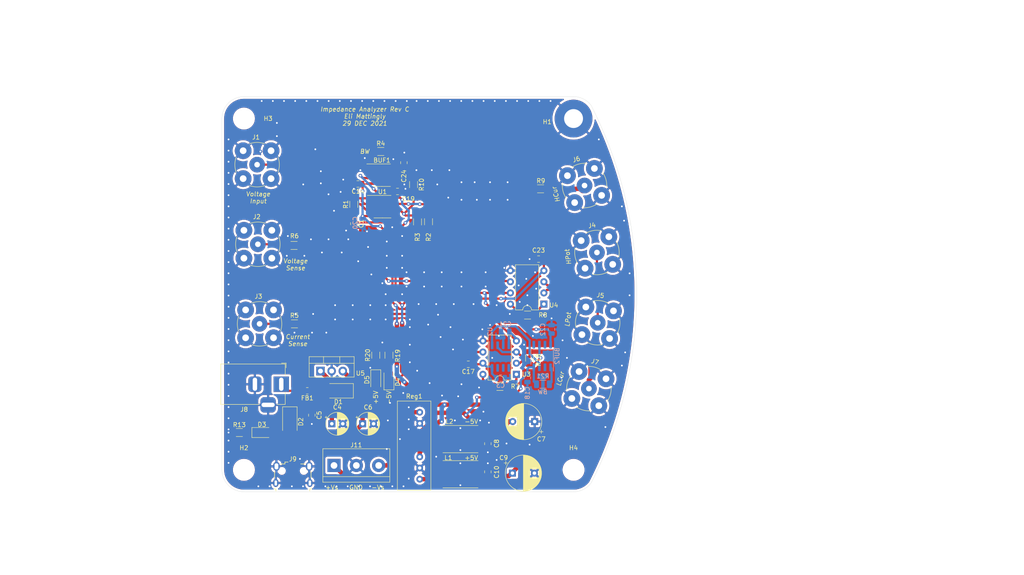
<source format=kicad_pcb>
(kicad_pcb (version 20211014) (generator pcbnew)
  (layers (0 "F.Cu" signal) (31 "B.Cu" signal) (34 "B.Paste" user) (35 "F.Paste" user) (36 "B.SilkS" user "B.Silkscreen") (37 "F.SilkS" user "F.Silkscreen") (38 "B.Mask" user) (39 "F.Mask" user) (44 "Edge.Cuts" user))
  (net 0 "")
  (net 1 "GND")
  (net 2 "Net-(C1-Pad1)")
  (net 3 "Net-(J1-Pad1)")
  (net 4 "Net-(J2-Pad1)")
  (net 5 "Net-(J3-Pad1)")
  (net 6 "Net-(J4-Pad1)")
  (net 7 "Net-(J5-Pad1)")
  (net 8 "Net-(R5-Pad1)")
  (net 9 "Net-(R6-Pad1)")
  (net 10 "Net-(R7-Pad1)")
  (net 11 "Net-(C4-Pad1)")
  (net 12 "Net-(D1-Pad2)")
  (net 13 "Net-(FB1-Pad2)")
  (net 14 "Net-(J9-Pad2)")
  (net 15 "+5V")
  (net 16 "Net-(D3-Pad1)")
  (net 17 "-5V")
  (net 18 "+5VP")
  (net 19 "Net-(L1-Pad2)")
  (net 20 "Net-(L2-Pad2)")
  (net 21 "Net-(D4-Pad2)")
  (net 22 "Net-(D5-Pad1)")
  (net 24 "Net-(BUF1-Pad6)")
  (net 25 "Net-(BUF1-Pad3)")
  (net 26 "Net-(BUF1-Pad1)")
  (net 28 "Net-(BUF2-Pad3)")
  (net 29 "Net-(BUF2-Pad1)")
  (net 30 "IOut")
  (net 35 "IMon+")
  (net 36 "IMon-")
  (net 37 "Net-(R7-Pad2)")
  (net 38 "Net-(R8-Pad1)")
  (net 39 "Net-(R8-Pad2)")
  (net 40 "Net-(R1-Pad2)")
  (net 41 "Net-(R10-Pad2)")
  (footprint "Connector_Coaxial:BNC_TEConnectivity_1478204_Vertical" (layer "F.Cu") (at 78.175 86.125)
    (fp_text reference "J2")
    (fp_text value "Conn_Coaxial")
  )
  (footprint "Connector_Coaxial:BNC_TEConnectivity_1478204_Vertical" (layer "F.Cu") (at 78.560362 104.25)
    (fp_text reference "J3")
    (fp_text value "Conn_Coaxial")
  )
  (footprint "Connector_Coaxial:BNC_TEConnectivity_1478204_Vertical" (layer "F.Cu") (at 152.5 72.75 15)
    (fp_text reference "J6")
    (fp_text value "Conn_Coaxial")
  )
  (footprint "Connector_Coaxial:BNC_TEConnectivity_1478204_Vertical" (layer "F.Cu") (at 153.5 119 -15)
    (fp_text reference "J7")
    (fp_text value "Conn_Coaxial")
  )
  (footprint "Resistor_SMD:R_1206_3216Metric" (layer "F.Cu") (at 86.5 104.25 180)
    (fp_text reference "R5")
    (fp_text value "47")
  )
  (footprint "Resistor_SMD:R_1206_3216Metric" (layer "F.Cu") (at 86.4 86.4 180)
    (fp_text reference "R6")
    (fp_text value "47")
  )
  (footprint "Resistor_SMD:R_1206_3216Metric" (layer "F.Cu") (at 133.25 118.5)
    (fp_text reference "R7")
    (fp_text value "10k")
  )
  (footprint "Resistor_SMD:R_1206_3216Metric" (layer "F.Cu") (at 139.5375 102.25 180)
    (fp_text reference "R8")
    (fp_text value "10k")
  )
  (footprint "Package_DIP:DIP-8_W7.62mm" (layer "F.Cu") (at 137 115.75 180)
    (fp_text reference "U3")
    (fp_text value "INA129")
  )
  (footprint "Connector_Coaxial:BNC_TEConnectivity_1478204_Vertical" (layer "F.Cu") (at 155.5 104 -8)
    (fp_text reference "J5")
    (fp_text value "Conn_Coaxial")
  )
  (footprint "Connector_Coaxial:BNC_TEConnectivity_1478204_Vertical" (layer "F.Cu") (at 155.325 88 8)
    (fp_text reference "J4")
    (fp_text value "Conn_Coaxial")
  )
  (footprint "Package_DIP:DIP-8_W7.62mm" (layer "F.Cu") (at 143.25 99.75 180)
    (fp_text reference "U4")
    (fp_text value "INA129")
  )
  (footprint "Capacitor_THT:CP_Radial_D5.0mm_P2.50mm" (layer "F.Cu") (at 95 127)
    (fp_text reference "C4")
    (fp_text value "22u")
  )
  (footprint "Capacitor_SMD:C_0805_2012Metric" (layer "F.Cu") (at 90.45 125.05 -90)
    (fp_text reference "C5")
    (fp_text value "100n")
  )
  (footprint "Diode_SMD:D_SMA" (layer "F.Cu") (at 96.5 119.5 180)
    (fp_text reference "D1")
    (fp_text value "D")
  )
  (footprint "Diode_SMD:D_SMA" (layer "F.Cu") (at 85.45 126.55 -90)
    (fp_text reference "D2")
    (fp_text value "D_TVS")
  )
  (footprint "Resistor_SMD:R_0805_2012Metric" (layer "F.Cu") (at 89.4125 119.5 180)
    (fp_text reference "FB1")
    (fp_text value "Ferrite_Bead")
  )
  (footprint "Connector_BarrelJack:BarrelJack_Horizontal" (layer "F.Cu") (at 83.5 118)
    (fp_text reference "J8")
    (fp_text value "Barrel_Jack_Switch")
  )
  (footprint "Connector_USB:USB_Micro-B_Wuerth_629105150521" (layer "F.Cu") (at 86.125 138.55)
    (fp_text reference "J9")
    (fp_text value "USB_B_Micro")
  )
  (footprint "Capacitor_THT:CP_Radial_D5.0mm_P2.50mm" (layer "F.Cu") (at 102 127)
    (fp_text reference "C6")
    (fp_text value "22u")
  )
  (footprint "LED_SMD:LED_1206_3216Metric" (layer "F.Cu") (at 79.1 129)
    (fp_text reference "D3")
    (fp_text value "LED")
  )
  (footprint "Resistor_SMD:R_1206_3216Metric" (layer "F.Cu") (at 73.9625 129 180)
    (fp_text reference "R13")
    (fp_text value "1k")
  )
  (footprint "Package_TO_SOT_THT:TO-220-3_Vertical" (layer "F.Cu") (at 92.42 115)
    (fp_text reference "U5")
    (fp_text value "L7805")
  )
  (footprint "Capacitor_THT:CP_Radial_D8.0mm_P5.00mm" (layer "F.Cu") (at 141.152651 126.5 180)
    (fp_text reference "C7")
    (fp_text value "CP")
  )
  (footprint "Capacitor_THT:CP_Radial_D8.0mm_P5.00mm" (layer "F.Cu") (at 136.097349 138.25)
    (fp_text reference "C9")
    (fp_text value "CP")
  )
  (footprint "Resistor_SMD:R_1206_3216Metric" (layer "F.Cu") (at 114.5 81.0375 -90)
    (fp_text reference "R3")
    (fp_text value "DNP")
  )
  (footprint "Resistor_SMD:R_1206_3216Metric" (layer "F.Cu") (at 117 81 90)
    (fp_text reference "R2")
    (fp_text value "0")
  )
  (footprint "Capacitor_SMD:C_0805_2012Metric" (layer "F.Cu") (at 100 81.45 -90)
    (fp_text reference "C1")
    (fp_text value "1n")
  )
  (footprint "Resistor_SMD:R_1206_3216Metric" (layer "F.Cu") (at 100 77.0375 90)
    (fp_text reference "R1")
    (fp_text value "1k")
  )
  (footprint "Package_SO:SO-8_3.9x4.9mm_P1.27mm" (layer "F.Cu") (at 106.525 77.565)
    (fp_text reference "U1")
    (fp_text value "LM358")
  )
  (footprint "Capacitor_SMD:C_0805_2012Metric" (layer "F.Cu") (at 100.95 72.4 180)
    (fp_text reference "C14")
    (fp_text value "100n")
  )
  (footprint "Capacitor_SMD:C_0805_2012Metric" (layer "F.Cu") (at 126.05 113.45 180)
    (fp_text reference "C17")
    (fp_text value "100n")
  )
  (footprint "Capacitor_SMD:C_0805_2012Metric" (layer "F.Cu") (at 109.95 74.1)
    (fp_text reference "C19")
    (fp_text value "100n")
  )
  (footprint "LED_SMD:LED_1206_3216Metric" (layer "F.Cu") (at 108 117 90)
    (fp_text reference "D4")
    (fp_text value "LED")
  )
  (footprint "LED_SMD:LED_1206_3216Metric" (layer "F.Cu") (at 105 117 -90)
    (fp_text reference "D5")
    (fp_text value "LED")
  )
  (footprint "Resistor_SMD:R_1206_3216Metric" (layer "F.Cu") (at 108 111.39 90)
    (fp_text reference "R19")
    (fp_text value "1k")
  )
  (footprint "Resistor_SMD:R_1206_3216Metric" (layer "F.Cu") (at 105 111.39 90)
    (fp_text reference "R20")
    (fp_text value "1k")
  )
  (footprint "MountingHole:MountingHole_4.3mm_M4_Pad" (layer "F.Cu") (at 150 57.5)
    (fp_text reference "H1")
    (fp_text value "MountingHole_Pad")
  )
  (footprint "MountingHole:MountingHole_4mm" (layer "F.Cu") (at 75 137.5)
    (fp_text reference "H2")
    (fp_text value "MountingHole")
  )
  (footprint "MountingHole:MountingHole_4mm" (layer "F.Cu") (at 150 137.5)
    (fp_text reference "H4")
    (fp_text value "MountingHole")
  )
  (footprint "MountingHole:MountingHole_4mm" (layer "F.Cu") (at 75 57.5)
    (fp_text reference "H3")
    (fp_text value "MountingHole")
  )
  (footprint "Capacitor_SMD:C_0805_2012Metric" (layer "F.Cu") (at 142.05 89.5 180)
    (fp_text reference "C23")
    (fp_text value "100n")
  )
  (footprint "Capacitor_SMD:C_0805_2012Metric" (layer "F.Cu") (at 111.4 67.55 90)
    (fp_text reference "C24")
    (fp_text value "100n")
  )
  (footprint "Resistor_SMD:R_1206_3216Metric" (layer "F.Cu") (at 142.5 73.5 180)
    (fp_text reference "R9")
    (fp_text value "100")
  )
  (footprint "Connector_Coaxial:BNC_TEConnectivity_1478204_Vertical" (layer "F.Cu") (at 78 68)
    (fp_text reference "J1")
    (fp_text value "Conn_Coaxial")
  )
  (footprint "Package_SO:SO-8_3.9x4.9mm_P1.27mm" (layer "F.Cu") (at 106.4 70.4)
    (fp_text reference "BUF1")
    (fp_text value "BUF634")
  )
  (footprint "Resistor_SMD:R_1206_3216Metric" (layer "F.Cu") (at 106.1375 65)
    (fp_text reference "R4")
    (fp_text value "DNP")
  )
  (footprint "Resistor_SMD:R_1206_3216Metric" (layer "F.Cu") (at 113.6 72.5375 -90)
    (fp_text reference "R10")
    (fp_text value "0")
  )
  (footprint "Resistor_SMD:R_1206_3216Metric" (layer "F.Cu") (at 140 112.0375 90)
    (fp_text reference "R18")
    (fp_text value "100")
  )
  (footprint "TerminalBlock:TerminalBlock_bornier-3_P5.08mm" (layer "F.Cu") (at 95.5 136.5)
    (fp_text reference "J11")
    (fp_text value "Screw_Terminal_01x03")
  )
  (footprint "Capacitor_SMD:C_0805_2012Metric" (layer "F.Cu") (at 130.5 137.95 90)
    (fp_text reference "C10")
    (fp_text value "100n")
  )
  (footprint "Inductor_SMD:L_Taiyo-Yuden_NR-60xx_HandSoldering" (layer "F.Cu") (at 124.275 130.5 180)
    (fp_text reference "L2")
    (fp_text value "10u")
  )
  (footprint "Martinos:SIP-2W-7" (layer "F.Cu") (at 115 132 -90)
    (fp_text reference "Reg1")
    (fp_text value "DPUN02L-XX")
  )
  (footprint "Capacitor_SMD:C_0805_2012Metric" (layer "F.Cu") (at 130.5 131.55 -90)
    (fp_text reference "C8")
    (fp_text value "100n")
  )
  (footprint "Inductor_SMD:L_Taiyo-Yuden_NR-60xx_HandSoldering" (layer "F.Cu") (at 124.275 138.5 180)
    (fp_text reference "L1")
    (fp_text value "10u")
  )
  (footprint "Capacitor_SMD:C_0805_2012Metric" (layer "B.Cu") (at 102 81.25 -90)
    (fp_text reference "C20")
    (fp_text value "100n")
  )
  (footprint "Capacitor_SMD:C_0805_2012Metric" (layer "B.Cu") (at 145 105.5 90)
    (fp_text reference "C22")
    (fp_text value "100n")
  )
  (footprint "Capacitor_SMD:C_0805_2012Metric" (layer "B.Cu") (at 134.45 106 180)
    (fp_text reference "C21")
    (fp_text value "100n")
  )
  (footprint "Package_SO:SO-8_3.9x4.9mm_P1.27mm" (layer "B.Cu") (at 142.865 111.575 90)
    (fp_text reference "BUF2")
    (fp_text value "BUF634")
  )
  (footprint "Resistor_SMD:R_1206_3216Metric" (layer "B.Cu") (at 143.0375 118 180)
    (fp_text reference "R21")
    (fp_text value "DNP")
  )
  (footprint "Package_SO:SO-8_3.9x4.9mm_P1.27mm" (layer "B.Cu") (at 133.365 111.71 -90)
    (fp_text reference "U2")
    (fp_text value "LM358")
  )
  (footprint "Capacitor_SMD:C_0805_2012Metric" (layer "B.Cu") (at 133.4 116.6)
    (fp_text reference "C3")
    (fp_text value "100n")
  )
  (footprint "Capacitor_SMD:C_0805_2012Metric" (layer "B.Cu") (at 139.5 116.55 -90)
    (fp_text reference "C18")
    (fp_text value "100n")
  )
  (gr_line (start 70 57.5) (end 70 137.5) (layer "Edge.Cuts") (width 0.05))
  (gr_arc (start 70 57.5) (mid 71.464466 53.964466) (end 75 52.5) (layer "Edge.Cuts") (width 0.05))
  (gr_arc (start 75 142.5) (mid 71.464466 141.035534) (end 70 137.5) (layer "Edge.Cuts") (width 0.05))
  (gr_arc (start 154 140.5) (mid 152.236068 141.972136) (end 150 142.5) (layer "Edge.Cuts") (width 0.05))
  (gr_arc (start 150 52.5) (mid 152.236068 53.027864) (end 154 54.5) (layer "Edge.Cuts") (width 0.05))
  (gr_arc (start 153.999999 54.5) (mid 164.366307 97.5) (end 153.999999 140.499999) (layer "Edge.Cuts") (width 0.05))
  (gr_line (start 150 52.5) (end 75 52.5) (layer "Edge.Cuts") (width 0.05))
  (gr_line (start 75 142.5) (end 150 142.5) (layer "Edge.Cuts") (width 0.05))
  (gr_text "BW" (at 143.0375 119.75) (layer "B.SilkS") (effects (font (size 1 1) (thickness 0.15) italic) (justify mirror)))
  (gr_text "Voltage\nSense" (at 86.75 90.75) (layer "F.SilkS") (effects (font (size 1 1) (thickness 0.15) italic)))
  (gr_text "Voltage\nInput" (at 78.25 75.5) (layer "F.SilkS") (effects (font (size 1 1) (thickness 0.15) italic)))
  (gr_text "HCur" (at 146 74.75 105) (layer "F.SilkS") (effects (font (size 1 1) (thickness 0.15) italic)))
  (gr_text "HPot" (at 148.75 89 98) (layer "F.SilkS") (effects (font (size 1 1) (thickness 0.15) italic)))
  (gr_text "LPot" (at 148.75 103.25 83) (layer "F.SilkS") (effects (font (size 1 1) (thickness 0.15) italic)))
  (gr_text "LCur" (at 147 116.75 75) (layer "F.SilkS") (effects (font (size 1 1) (thickness 0.15) italic)))
  (gr_text "-Vs" (at 105.5 141.5) (layer "F.SilkS") (effects (font (size 1 1))))
  (gr_text "+Vs" (at 95 141.5) (layer "F.SilkS") (effects (font (size 1 1))))
  (gr_text "GND" (at 100.5 141.5) (layer "F.SilkS") (effects (font (size 1 1))))
  (gr_text "-5V" (at 126.75 126.5) (layer "F.SilkS") (effects (font (size 1 1))))
  (gr_text "-5V" (at 108 121 90) (layer "F.SilkS") (effects (font (size 1 1))))
  (gr_text "Impedance Analyzer Rev C\nEli Mattingly\n29 DEC 2021" (at 102.5 57) (layer "F.SilkS") (effects (font (size 1 1) (thickness 0.15) italic)))
  (gr_text "BW" (at 102.5 65) (layer "F.SilkS") (effects (font (size 1 1) (thickness 0.15) italic)))
  (gr_text "+5V" (at 126.75 134.75) (layer "F.SilkS") (effects (font (size 1 1))))
  (gr_text "Current\nSense" (at 87.25 108) (layer "F.SilkS") (effects (font (size 1 1) (thickness 0.15) italic)))
  (gr_text "+5V" (at 105 121 90) (layer "F.SilkS") (effects (font (size 1 1))))
  (segment (start 87.425 136.65) (end 89.8 136.65) (width 0.25) (layer "F.Cu") (net 1))
  (segment (start 87.425 135.825) (end 87.75 135.5) (width 0.25) (layer "F.Cu") (net 1))
  (segment (start 72.5 129) (end 71.5 129) (width 0.5) (layer "F.Cu") (net 1))
  (segment (start 100 72.4) (end 100 73.5) (width 0.5) (layer "F.Cu") (net 1))
  (segment (start 87.425 136.65) (end 87.425 135.825) (width 0.25) (layer "F.Cu") (net 1))
  (segment (start 87.75 135.5) (end 87.75 135) (width 0.25) (layer "F.Cu") (net 1))
  (segment (start 89.8 136.65) (end 89.85 136.7) (width 0.25) (layer "F.Cu") (net 1))
  (via (at 82.5 61.5) (size 0.8) (drill 0.4) (layers "F.Cu" "B.Cu") (net 1))
  (via (at 82.5 58.5) (size 0.8) (drill 0.4) (layers "F.Cu" "B.Cu") (net 1))
  (via (at 95.75 100) (size 0.8) (drill 0.4) (layers "F.Cu" "B.Cu") (net 1))
  (via (at 103.75 100) (size 0.8) (drill 0.4) (layers "F.Cu" "B.Cu") (net 1))
  (via (at 107.25 100) (size 0.8) (drill 0.4) (layers "F.Cu" "B.Cu") (net 1))
  (via (at 103.75 114.25) (size 0.8) (drill 0.4) (layers "F.Cu" "B.Cu") (net 1))
  (via (at 107.5 91.5) (size 0.8) (drill 0.4) (layers "F.Cu" "B.Cu") (net 1))
  (via (at 134.25 91.5) (size 0.8) (drill 0.4) (layers "F.Cu" "B.Cu") (net 1))
  (via (at 97.6 71.4) (size 0.8) (drill 0.4) (layers "F.Cu" "B.Cu") (net 1))
  (via (at 97 74.2) (size 0.8) (drill 0.4) (layers "F.Cu" "B.Cu") (net 1))
  (via (at 78.75 65) (size 0.8) (drill 0.4) (layers "F.Cu" "B.Cu") (net 1))
  (via (at 124.5 118) (size 0.8) (drill 0.4) (layers "F.Cu" "B.Cu") (net 1))
  (via (at 106.5 108.5) (size 0.8) (drill 0.4) (layers "F.Cu" "B.Cu") (net 1))
  (via (at 137.5 95.5) (size 0.8) (drill 0.4) (layers "F.Cu" "B.Cu") (net 1))
  (via (at 139.25 94) (size 0.8) (drill 0.4) (layers "F.Cu" "B.Cu") (net 1))
  (via (at 112.5 139.5) (size 0.8) (drill 0.4) (layers "F.Cu" "B.Cu") (net 1))
  (via (at 130.5 136) (size 0.8) (drill 0.4) (layers "F.Cu" "B.Cu") (net 1))
  (via (at 124.25 136) (size 0.8) (drill 0.4) (layers "F.Cu" "B.Cu") (net 1))
  (via (at 124.25 141) (size 0.8) (drill 0.4) (layers "F.Cu" "B.Cu") (net 1))
  (via (at 110.5 130.5) (size 0.8) (drill 0.4) (layers "F.Cu" "B.Cu") (net 1))
  (via (at 112.5 128.25) (size 0.8) (drill 0.4) (layers "F.Cu" "B.Cu") (net 1))
  (via (at 130.5 133.5) (size 0.8) (drill 0.4) (layers "F.Cu" "B.Cu") (net 1))
  (via (at 129.5 124.25) (size 0.8) (drill 0.4) (layers "F.Cu" "B.Cu") (net 1))
  (via (at 124.25 133) (size 0.8) (drill 0.4) (layers "F.Cu" "B.Cu") (net 1))
  (via (at 124.25 128) (size 0.8) (drill 0.4) (layers "F.Cu" "B.Cu") (net 1))
  (via (at 112.5 123.25) (size 0.8) (drill 0.4) (layers "F.Cu" "B.Cu") (net 1))
  (via (at 120 92.5) (size 0.8) (drill 0.4) (layers "F.Cu" "B.Cu") (net 1))
  (via (at 124.5 92.5) (size 0.8) (drill 0.4) (layers "F.Cu" "B.Cu") (net 1))
  (via (at 130 92.5) (size 0.8) (drill 0.4) (layers "F.Cu" "B.Cu") (net 1))
  (via (at 120 95.75) (size 0.8) (drill 0.4) (layers "F.Cu" "B.Cu") (net 1))
  (via (at 112 95.75) (size 0.8) (drill 0.4) (layers "F.Cu" "B.Cu") (net 1))
  (via (at 116 95.75) (size 0.8) (drill 0.4) (layers "F.Cu" "B.Cu") (net 1))
  (via (at 124.5 95.75) (size 0.8) (drill 0.4) (layers "F.Cu" "B.Cu") (net 1))
  (via (at 130 95.75) (size 0.8) (drill 0.4) (layers "F.Cu" "B.Cu") (net 1))
  (via (at 99.75 100) (size 0.8) (drill 0.4) (layers "F.Cu" "B.Cu") (net 1))
  (via (at 107.5 88.75) (size 0.8) (drill 0.4) (layers "F.Cu" "B.Cu") (net 1))
  (via (at 107.5 85.5) (size 0.8) (drill 0.4) (layers "F.Cu" "B.Cu") (net 1))
  (via (at 108.75 82.25) (size 0.8) (drill 0.4) (layers "F.Cu" "B.Cu") (net 1))
  (via (at 111 84.25) (size 0.8) (drill 0.4) (layers "F.Cu" "B.Cu") (net 1))
  (via (at 111 88.75) (size 0.8) (drill 0.4) (layers "F.Cu" "B.Cu") (net 1))
  (via (at 111 91.5) (size 0.8) (drill 0.4) (layers "F.Cu" "B.Cu") (net 1))
  (via (at 101 90) (size 0.8) (drill 0.4) (layers "F.Cu" "B.Cu") (net 1))
  (via (at 104 93) (size 0.8) (drill 0.4) (layers "F.Cu" "B.Cu") (net 1))
  (via (at 106.5 95) (size 0.8) (drill 0.4) (layers "F.Cu" "B.Cu") (net 1))
  (via (at 71.5 64.79) (size 0.8) (drill 0.4) (layers "F.Cu" "B.Cu") (net 1))
  (via (at 71.5 67.33) (size 0.8) (drill 0.4) (layers "F.Cu" "B.Cu") (net 1))
  (via (at 71.5 69.87) (size 0.8) (drill 0.4) (layers "F.Cu" "B.Cu") (net 1))
  (via (at 71.5 72.41) (size 0.8) (drill 0.4) (layers "F.Cu" "B.Cu") (net 1))
  (via (at 71.5 74.95) (size 0.8) (drill 0.4) (layers "F.Cu" "B.Cu") (net 1))
  (via (at 71.5 77.49) (size 0.8) (drill 0.4) (layers "F.Cu" "B.Cu") (net 1))
  (via (at 71.5 80.03) (size 0.8) (drill 0.4) (layers "F.Cu" "B.Cu") (net 1))
  (via (at 71.5 82.57) (size 0.8) (drill 0.4) (layers "F.Cu" "B.Cu") (net 1))
  (via (at 71.5 85.11) (size 0.8) (drill 0.4) (layers "F.Cu" "B.Cu") (net 1))
  (via (at 71.5 87.65) (size 0.8) (drill 0.4) (layers "F.Cu" "B.Cu") (net 1))
  (via (at 71.5 90.19) (size 0.8) (drill 0.4) (layers "F.Cu" "B.Cu") (net 1))
  (via (at 71.5 92.73) (size 0.8) (drill 0.4) (layers "F.Cu" "B.Cu") (net 1))
  (via (at 71.5 95.27) (size 0.8) (drill 0.4) (layers "F.Cu" "B.Cu") (net 1))
  (via (at 71.5 97.81) (size 0.8) (drill 0.4) (layers "F.Cu" "B.Cu") (net 1))
  (via (at 71.5 100.35) (size 0.8) (drill 0.4) (layers "F.Cu" "B.Cu") (net 1))
  (via (at 71.5 102.89) (size 0.8) (drill 0.4) (layers "F.Cu" "B.Cu") (net 1))
  (via (at 71.5 105.43) (size 0.8) (drill 0.4) (layers "F.Cu" "B.Cu") (net 1))
  (via (at 71.5 107.97) (size 0.8) (drill 0.4) (layers "F.Cu" "B.Cu") (net 1))
  (via (at 71.5 110.51) (size 0.8) (drill 0.4) (layers "F.Cu" "B.Cu") (net 1))
  (via (at 71.5 113.05) (size 0.8) (drill 0.4) (layers "F.Cu" "B.Cu") (net 1))
  (via (at 71.5 115.59) (size 0.8) (drill 0.4) (layers "F.Cu" "B.Cu") (net 1))
  (via (at 71.5 118.13) (size 0.8) (drill 0.4) (layers "F.Cu" "B.Cu") (net 1))
  (via (at 71.5 120.67) (size 0.8) (drill 0.4) (layers "F.Cu" "B.Cu") (net 1))
  (via (at 71.5 123.21) (size 0.8) (drill 0.4) (layers "F.Cu" "B.Cu") (net 1))
  (via (at 71.5 125.75) (size 0.8) (drill 0.4) (layers "F.Cu" "B.Cu") (net 1))
  (via (at 71.5 128.29) (size 0.8) (drill 0.4) (layers "F.Cu" "B.Cu") (net 1))
  (via (at 71.5 130.83) (size 0.8) (drill 0.4) (layers "F.Cu" "B.Cu") (net 1))
  (via (at 71.5 133.37) (size 0.8) (drill 0.4) (layers "F.Cu" "B.Cu") (net 1))
  (via (at 71.5 135.91) (size 0.8) (drill 0.4) (layers "F.Cu" "B.Cu") (net 1))
  (via (at 104.44 53.5) (size 0.8) (drill 0.4) (layers "F.Cu" "B.Cu") (net 1))
  (via (at 81.58 53.5) (size 0.8) (drill 0.4) (layers "F.Cu" "B.Cu") (net 1))
  (via (at 89.2 53.5) (size 0.8) (drill 0.4) (layers "F.Cu" "B.Cu") (net 1))
  (via (at 91.74 53.5) (size 0.8) (drill 0.4) (layers "F.Cu" "B.Cu") (net 1))
  (via (at 106.98 53.5) (size 0.8) (drill 0.4) (layers "F.Cu" "B.Cu") (net 1))
  (via (at 101.9 53.5) (size 0.8) (drill 0.4) (layers "F.Cu" "B.Cu") (net 1))
  (via (at 84.12 53.5) (size 0.8) (drill 0.4) (layers "F.Cu" "B.Cu") (net 1))
  (via (at 99.36 53.5) (size 0.8) (drill 0.4) (layers "F.Cu" "B.Cu") (net 1))
  (via (at 109.52 53.5) (size 0.8) (drill 0.4) (layers "F.Cu" "B.Cu") (net 1))
  (via (at 112.06 53.5) (size 0.8) (drill 0.4) (layers "F.Cu" "B.Cu") (net 1))
  (via (at 86.66 53.5) (size 0.8) (drill 0.4) (layers "F.Cu" "B.Cu") (net 1))
  (via (at 96.82 53.5) (size 0.8) (drill 0.4) (layers "F.Cu" "B.Cu") (net 1))
  (via (at 79.04 53.5) (size 0.8) (drill 0.4) (layers "F.Cu" "B.Cu") (net 1))
  (via (at 94.28 53.5) (size 0.8) (drill 0.4) (layers "F.Cu" "B.Cu") (net 1))
  (via (at 131 72) (size 0.8) (drill 0.4) (layers "F.Cu" "B.Cu") (net 1))
  (via (at 135 72) (size 0.8) (drill 0.4) (layers "F.Cu" "B.Cu") (net 1))
  (via (at 127.5 72) (size 0.8) (drill 0.4) (layers "F.Cu" "B.Cu") (net 1))
  (via (at 114.25 69.25) (size 0.8) (drill 0.4) (layers "F.Cu" "B.Cu") (net 1))
  (via (at 117.75 69.25) (size 0.8) (drill 0.4) (layers "F.Cu" "B.Cu") (net 1))
  (via (at 121.75 69.25) (size 0.8) (drill 0.4) (layers "F.Cu" "B.Cu") (net 1))
  (via (at 111.5 72.5) (size 0.8) (drill 0.4) (layers "F.Cu" "B.Cu") (net 1))
  (via (at 119 72.5) (size 0.8) (drill 0.4) (layers "F.Cu" "B.Cu") (net 1))
  (via (at 115 72.5) (size 0.8) (drill 0.4) (layers "F.Cu" "B.Cu") (net 1))
  (via (at 112.75 113) (size 0.8) (drill 0.4) (layers "F.Cu" "B.Cu") (net 1))
  (via (at 112.75 109) (size 0.8) (drill 0.4) (layers "F.Cu" "B.Cu") (net 1))
  (via (at 112.75 105) (size 0.8) (drill 0.4) (layers "F.Cu" "B.Cu") (net 1))
  (via (at 122 105) (size 0.8) (drill 0.4) (layers "F.Cu" "B.Cu") (net 1))
  (via (at 119.171573 102.171573) (size 0.8) (drill 0.4) (layers "F.Cu" "B.Cu") (net 1))
  (via (at 124.828427 107.828427) (size 0.8) (drill 0.4) (layers "F.Cu" "B.Cu") (net 1))
  (via (at 116.921573 104.421573) (size 0.8) (drill 0.4) (layers "F.Cu" "B.Cu") (net 1))
  (via (at 122.578427 110.078427) (size 0.8) (drill 0.4) (layers "F.Cu" "B.Cu") (net 1))
  (via (at 119.75 107.25) (size 0.8) (drill 0.4) (layers "F.Cu" "B.Cu") (net 1))
  (via (at 120.078427 120.578427) (size 0.8) (drill 0.4) (layers "F.Cu" "B.Cu") (net 1))
  (via (at 114.421573 114.921573) (size 0.8) (drill 0.4) (layers "F.Cu" "B.Cu") (net 1))
  (via (at 117.25 117.75) (size 0.8) (drill 0.4) (layers "F.Cu" "B.Cu") (net 1))
  (via (at 130.75 126.75) (size 0.8) (drill 0.4) (layers "F.Cu" "B.Cu") (net 1))
  (via (at 128.75 126.25) (size 0.8) (drill 0.4) (layers "F.Cu" "B.Cu") (net 1))
  (via (at 123 126.25) (size 0.8) (drill 0.4) (layers "F.Cu" "B.Cu") (net 1))
  (via (at 123.75 120.75) (size 0.8) (drill 0.4) (layers "F.Cu" "B.Cu") (net 1))
  (via (at 140 131.75) (size 0.8) (drill 0.4) (layers "F.Cu" "B.Cu") (net 1))
  (via (at 134.75 131.5) (size 0.8) (drill 0.4) (layers "F.Cu" "B.Cu") (net 1))
  (via (at 132.5 135.25) (size 0.8) (drill 0.4) (layers "F.Cu" "B.Cu") (net 1))
  (via (at 118.75 134.5) (size 0.8) (drill 0.4) (layers "F.Cu" "B.Cu") (net 1))
  (via (at 107.5 132.75) (size 0.8) (drill 0.4) (layers "F.Cu" "B.Cu") (net 1))
  (via (at 107.75 126.25) (size 0.8) (drill 0.4) (layers "F.Cu" "B.Cu") (net 1))
  (via (at 112.5 126) (size 0.8) (drill 0.4) (layers "F.Cu" "B.Cu") (net 1))
  (via (at 108.25 122.25) (size 0.8) (drill 0.4) (layers "F.Cu" "B.Cu") (net 1))
  (via (at 111.25 120) (size 0.8) (drill 0.4) (layers "F.Cu" "B.Cu") (net 1))
  (via (at 128.5 118.75) (size 0.8) (drill 0.4) (layers "F.Cu" "B.Cu") (net 1))
  (via (at 131.5 112) (size 0.8) (drill 0.4) (layers "F.Cu" "B.Cu") (net 1))
  (via (at 148.5 112) (size 0.8) (drill 0.4) (layers "F.Cu" "B.Cu") (net 1))
  (via (at 147.25 116.5) (size 0.8) (drill 0.4) (layers "F.Cu" "B.Cu") (net 1))
  (via (at 147.5 108) (size 0.8) (drill 0.4) (layers "F.Cu" "B.Cu") (net 1))
  (via (at 145 103) (size 0.8) (drill 0.4) (layers "F.Cu" "B.Cu") (net 1))
  (via (at 131 104.5) (size 0.8) (drill 0.4) (layers "F.Cu" "B.Cu") (net 1))
  (via (at 129.25 105.5) (size 0.8) (drill 0.4) (layers "F.Cu" "B.Cu") (net 1))
  (via (at 135.5 102) (size 0.8) (drill 0.4) (layers "F.Cu" "B.Cu") (net 1))
  (via (at 143.25 102.25) (size 0.8) (drill 0.4) (layers "F.Cu" "B.Cu") (net 1))
  (via (at 140 89.5) (size 0.8) (drill 0.4) (layers "F.Cu" "B.Cu") (net 1))
  (via (at 98.25 83) (size 0.8) (drill 0.4) (layers "F.Cu" "B.Cu") (net 1))
  (via (at 111.75 73.5) (size 0.8) (drill 0.4) (layers "F.Cu" "B.Cu") (net 1))
  (via (at 111.5 65.25) (size 0.8) (drill 0.4) (layers "F.Cu" "B.Cu") (net 1))
  (via (at 109 66.75) (size 0.8) (drill 0.4) (layers "F.Cu" "B.Cu") (net 1))
  (via (at 102.5 66.5) (size 0.8) (drill 0.4) (layers "F.Cu" "B.Cu") (net 1))
  (via (at 101.5 69.25) (size 0.8) (drill 0.4) (layers "F.Cu" "B.Cu") (net 1))
  (via (at 94.25 74.75) (size 0.8) (drill 0.4) (layers "F.Cu" "B.Cu") (net 1))
  (via (at 92.5 72.25) (size 0.8) (drill 0.4) (layers "F.Cu" "B.Cu") (net 1))
  (via (at 92.5 69.5) (size 0.8) (drill 0.4) (layers "F.Cu" "B.Cu") (net 1))
  (via (at 91.25 64.5) (size 0.8) (drill 0.4) (layers "F.Cu" "B.Cu") (net 1))
  (via (at 88.5 72.5) (size 0.8) (drill 0.4) (layers "F.Cu" "B.Cu") (net 1))
  (via (at 95.5 78.5) (size 0.8) (drill 0.4) (layers "F.Cu" "B.Cu") (net 1))
  (via (at 155.75 62.25) (size 0.8) (drill 0.4) (layers "F.Cu" "B.Cu") (net 1))
  (via (at 161 77.5) (size 0.8) (drill 0.4) (layers "F.Cu" "B.Cu") (net 1))
  (via (at 161.5 80.75) (size 0.8) (drill 0.4) (layers "F.Cu" "B.Cu") (net 1))
  (via (at 162.75 92.75) (size 0.8) (drill 0.4) (layers "F.Cu" "B.Cu") (net 1))
  (via (at 162.75 97.75) (size 0.8) (drill 0.4) (layers "F.Cu" "B.Cu") (net 1))
  (via (at 161.75 110.75) (size 0.8) (drill 0.4) (layers "F.Cu" "B.Cu") (net 1))
  (via (at 161 113.75) (size 0.8) (drill 0.4) (layers "F.Cu" "B.Cu") (net 1))
  (via (at 157.25 127.75) (size 0.8) (drill 0.4) (layers "F.Cu" "B.Cu") (net 1))
  (via (at 87.75 135) (size 0.8) (drill 0.4) (layers "F.Cu" "B.Cu") (net 1))
  (via (at 111.31 141.25) (size 0.8) (drill 0.4) (layers "F.Cu" "B.Cu") (net 1))
  (via (at 106.23 141.25) (size 0.8) (drill 0.4) (layers "F.Cu" "B.Cu") (net 1))
  (via (at 85 84.25) (size 0.8) (drill 0.4) (layers "F.Cu" "B.Cu") (net 1))
  (via (at 140.75 107) (size 0.8) (drill 0.4) (layers "F.Cu" "B.Cu") (net 1))
  (via (at 122.75 99.75) (size 0.8) (drill 0.4) (layers "F.Cu" "B.Cu") (net 1))
  (via (at 108.77 141.25) (size 0.8) (drill 0.4) (layers "F.Cu" "B.Cu") (net 1))
  (via (at 78.29 141.25) (size 0.8) (drill 0.4) (layers "F.Cu" "B.Cu") (net 1))
  (via (at 135 76) (size 0.8) (drill 0.4) (layers "F.Cu" "B.Cu") (net 1))
  (via (at 116 92.5) (size 0.8) (drill 0.4) (layers "F.Cu" "B.Cu") (net 1))
  (via (at 93.53 141.25) (size 0.8) (drill 0.4) (layers "F.Cu" "B.Cu") (net 1))
  (via (at 85.91 141.25) (size 0.8) (drill 0.4) (layers "F.Cu" "B.Cu") (net 1))
  (via (at 119.37 53.5) (size 0.8) (drill 0.4) (layers "F.Cu" "B.Cu") (net 1))
  (via (at 114.75 99.75) (size 0.8) (drill 0.4) (layers "F.Cu" "B.Cu") (net 1))
  (via (at 97.25 88) (size 0.8) (drill 0.4) (layers "F.Cu" "B.Cu") (net 1))
  (via (at 103.75 103.25) (size 0.8) (drill 0.4) (layers "F.Cu" "B.Cu") (net 1))
  (via (at 95.75 103.25) (size 0.8) (drill 0.4) (layers "F.Cu" "B.Cu") (net 1))
  (via (at 116.83 53.5) (size 0.8) (drill 0.4) (layers "F.Cu" "B.Cu") (net 1))
  (via (at 121.5 75.5) (size 0.8) (drill 0.4) (layers "F.Cu" "B.Cu") (net 1))
  (via (at 124.45 53.5) (size 0.8) (drill 0.4) (layers "F.Cu" "B.Cu") (net 1))
  (via (at 84.75 88.75) (size 0.8) (drill 0.4) (layers "F.Cu" "B.Cu") (net 1))
  (via (at 88.45 141.25) (size 0.8) (drill 0.4) (layers "F.Cu" "B.Cu") (net 1))
  (via (at 96.07 141.25) (size 0.8) (drill 0.4) (layers "F.Cu" "B.Cu") (net 1))
  (via (at 90.75 102) (size 0.8) (drill 0.4) (layers "F.Cu" "B.Cu") (net 1))
  (via (at 71.5 62.25) (size 0.8) (drill 0.4) (layers "F.Cu" "B.Cu") (net 1))
  (via (at 90.45 127.05) (size 0.8) (drill 0.4) (layers "F.Cu" "B.Cu") (net 1))
  (via (at 131 76) (size 0.8) (drill 0.4) (layers "F.Cu" "B.Cu") (net 1))
  (via (at 107.25 97.5) (size 0.8) (drill 0.4) (layers "F.Cu" "B.Cu") (net 1))
  (via (at 138.75 109) (size 0.8) (drill 0.4) (layers "F.Cu" "B.Cu") (net 1))
  (via (at 103 83.2) (size 0.8) (drill 0.4) (layers "F.Cu" "B.Cu") (net 1))
  (via (at 112 92.5) (size 0.8) (drill 0.4) (layers "F.Cu" "B.Cu") (net 1))
  (via (at 94.25 85) (size 0.8) (drill 0.4) (layers "F.Cu" "B.Cu") (net 1))
  (via (at 107.25 103.25) (size 0.8) (drill 0.4) (layers "F.Cu" "B.Cu") (net 1))
  (via (at 112.75 103.25) (size 0.8) (drill 0.4) (layers "F.Cu" "B.Cu") (net 1))
  (via (at 90.25 85) (size 0.8) (drill 0.4) (layers "F.Cu" "B.Cu") (net 1))
  (via (at 124.5 76) (size 0.8) (drill 0.4) (layers "F.Cu" "B.Cu") (net 1))
  (via (at 114.29 53.5) (size 0.8) (drill 0.4) (layers "F.Cu" "B.Cu") (net 1))
  (via (at 124.5 72) (size 0.8) (drill 0.4) (layers "F.Cu" "B.Cu") (net 1))
  (via (at 129.53 53.5) (size 0.8) (drill 0.4) (layers "F.Cu" "B.Cu") (net 1))
  (via (at 80.83 141.25) (size 0.8) (drill 0.4) (layers "F.Cu" "B.Cu") (net 1))
  (via (at 118.75 99.75) (size 0.8) (drill 0.4) (layers "F.Cu" "B.Cu") (net 1))
  (via (at 90.5 106.25) (size 0.8) (drill 0.4) (layers "F.Cu" "B.Cu") (net 1))
  (via (at 121.91 53.5) (size 0.8) (drill 0.4) (layers "F.Cu" "B.Cu") (net 1))
  (via (at 139.5 97.75) (size 0.8) (drill 0.4) (layers "F.Cu" "B.Cu") (net 1))
  (via (at 142.23 53.5) (size 0.8) (drill 0.4) (layers "F.Cu" "B.Cu") (net 1))
  (via (at 127.25 99.75) (size 0.8) (drill 0.4) (layers "F.Cu" "B.Cu") (net 1))
  (via (at 141.5 96.25) (size 0.8) (drill 0.4) (layers "F.Cu" "B.Cu") (net 1))
  (via (at 101.15 141.25) (size 0.8) (drill 0.4) (layers "F.Cu" "B.Cu") (net 1))
  (via (at 134.61 53.5) (size 0.8) (drill 0.4) (layers "F.Cu" "B.Cu") (net 1))
  (via (at 103.69 141.25) (size 0.8) (drill 0.4) (layers "F.Cu" "B.Cu") (net 1))
  (via (at 137.75 99.25) (size 0.8) (drill 0.4) (layers "F.Cu" "B.Cu") (net 1))
  (via (at 100 73.5) (size 0.8) (drill 0.4) (layers "F.Cu" "B.Cu") (net 1))
  (via (at 144.77 53.5) (size 0.8) (drill 0.4) (layers "F.Cu" "B.Cu") (net 1))
  (via (at 99.75 103.25) (size 0.8) (drill 0.4) (layers "F.Cu" "B.Cu") (net 1))
  (via (at 111 97.5) (size 0.8) (drill 0.4) (layers "F.Cu" "B.Cu") (net 1))
  (via (at 98.61 141.25) (size 0.8) (drill 0.4) (layers "F.Cu" "B.Cu") (net 1))
  (via (at 86.5 106.25) (size 0.8) (drill 0.4) (layers "F.Cu" "B.Cu") (net 1))
  (via (at 128 76) (size 0.8) (drill 0.4) (layers "F.Cu" "B.Cu") (net 1))
  (via (at 71.5 129) (size 0.8) (drill 0.4) (layers "F.Cu" "B.Cu") (net 1))
  (via (at 141.25 92.5) (size 0.8) (drill 0.4) (layers "F.Cu" "B.Cu") (net 1))
  (via (at 98.75 85) (size 0.8) (drill 0.4) (layers "F.Cu" "B.Cu") (net 1))
  (via (at 139.69 53.5) (size 0.8) (drill 0.4) (layers "F.Cu" "B.Cu") (net 1))
  (via (at 139.5 100) (size 0.8) (drill 0.4) (layers "F.Cu" "B.Cu") (net 1))
  (via (at 133 107) (size 0.8) (drill 0.4) (layers "F.Cu" "B.Cu") (net 1))
  (via (at 126.99 53.5) (size 0.8) (drill 0.4) (layers "F.Cu" "B.Cu") (net 1))
  (via (at 137.15 53.5) (size 0.8) (drill 0.4) (layers "F.Cu" "B.Cu") (net 1))
  (via (at 103.25 86.75) (size 0.8) (drill 0.4) (layers "F.Cu" "B.Cu") (net 1))
  (via (at 86.75 102) (size 0.8) (drill 0.4) (layers "F.Cu" "B.Cu") (net 1))
  (via (at 132.5 100) (size 0.8) (drill 0.4) (layers "F.Cu" "B.Cu") (net 1))
  (via (at 88.75 88.75) (size 0.8) (drill 0.4) (layers "F.Cu" "B.Cu") (net 1))
  (via (at 132.07 53.5) (size 0.8) (drill 0.4) (layers "F.Cu" "B.Cu") (net 1))
  (via (at 93.75 106.25) (size 0.8) (drill 0.4) (layers "F.Cu" "B.Cu") (net 1))
  (via (at 92.75 88) (size 0.8) (drill 0.4) (layers "F.Cu" "B.Cu") (net 1))
  (segment (start 133.5 106.5) (end 133 107) (width 0.5) (layer "B.Cu") (net 1))
  (segment (start 133.5 106) (end 133.5 106.5) (width 0.5) (layer "B.Cu") (net 1))
  (segment (start 133.5 106) (end 134 106.5) (width 0.5) (layer "B.Cu") (net 1))
  (segment (start 102 82.2) (end 103 83.2) (width 0.5) (layer "B.Cu") (net 1))
  (segment (start 134 106.5) (end 134 109.135) (width 0.5) (layer "B.Cu") (net 1))
  (segment (start 109.1 80.9) (end 109.1 79.47) (width 0.5) (layer "F.Cu") (net 2))
  (segment (start 100.650489 81.150489) (end 108.849511 81.150489) (width 0.5) (layer "F.Cu") (net 2))
  (segment (start 100 78.5) (end 100 80.5) (width 0.5) (layer "F.Cu") (net 2))
  (segment (start 100 80.5) (end 100.650489 81.150489) (width 0.5) (layer "F.Cu") (net 2))
  (segment (start 108.849511 81.150489) (end 109.1 80.9) (width 0.5) (layer "F.Cu") (net 2))
  (segment (start 102.7 78.2) (end 103.95 78.2) (width 0.5) (layer "F.Cu") (net 3))
  (segment (start 101.5 77) (end 102.7 78.2) (width 0.5) (layer "F.Cu") (net 3))
  (segment (start 78 68) (end 85.3375 68) (width 0.5) (layer "F.Cu") (net 3))
  (segment (start 94.3375 77) (end 101.5 77) (width 0.5) (layer "F.Cu") (net 3))
  (segment (start 85.3375 68) (end 94.3375 77) (width 0.5) (layer "F.Cu") (net 3))
  (segment (start 78.175 86.125) (end 84.6625 86.125) (width 0.5) (layer "F.Cu") (net 4))
  (segment (start 84.8625 86.325) (end 84.9375 86.4) (width 0.25) (layer "F.Cu") (net 4))
  (segment (start 84.6625 86.125) (end 84.9375 86.4) (width 0.5) (layer "F.Cu") (net 4))
  (segment (start 85.0375 104.25) (end 78.560362 104.25) (width 0.5) (layer "F.Cu") (net 5))
  (segment (start 155.325 93.175) (end 153 95.5) (width 0.5) (layer "F.Cu") (net 6))
  (segment (start 153 95.5) (end 144.08 95.5) (width 0.5) (layer "F.Cu") (net 6))
  (segment (start 155.325 88) (end 155.325 93.175) (width 0.5) (layer "F.Cu") (net 6))
  (segment (start 144.08 95.5) (end 143.25 94.67) (width 0.5) (layer "F.Cu") (net 6))
  (segment (start 143.25 94.67) (end 143.37 94.67) (width 0.5) (layer "F.Cu") (net 6))
  (segment (start 143.25 97.21) (end 143.79 97.21) (width 0.5) (layer "F.Cu") (net 7))
  (segment (start 143.96 96.5) (end 153.5 96.5) (width 0.5) (layer "F.Cu") (net 7))
  (segment (start 153.5 96.5) (end 155.5 98.5) (width 0.5) (layer "F.Cu") (net 7))
  (segment (start 143.25 97.21) (end 143.96 96.5) (width 0.5) (layer "F.Cu") (net 7))
  (segment (start 155.5 98.5) (end 155.5 102.5) (width 0.5) (layer "F.Cu") (net 7))
  (segment (start 116.5 102) (end 94.75 102) (width 0.5) (layer "F.Cu") (net 8))
  (segment (start 125.17 110.67) (end 116.5 102) (width 0.5) (layer "F.Cu") (net 8))
  (segment (start 129.38 110.67) (end 125.17 110.67) (width 0.5) (layer "F.Cu") (net 8))
  (segment (start 94.75 102) (end 92.5 104.25) (width 0.5) (layer "F.Cu") (net 8))
  (segment (start 92.5 104.25) (end 87.9625 104.25) (width 0.5) (layer "F.Cu") (net 8))
  (segment (start 135.63 94.67) (end 135.46 94.5) (width 0.5) (layer "F.Cu") (net 9))
  (segment (start 99.849979 86.4) (end 107.949979 94.5) (width 0.5) (layer "F.Cu") (net 9))
  (segment (start 135.46 94.5) (end 119.008002 94.5) (width 0.5) (layer "F.Cu") (net 9))
  (segment (start 87.8625 86.4) (end 99.849979 86.4) (width 0.5) (layer "F.Cu") (net 9))
  (segment (start 119.008002 94.5) (end 112 94.5) (width 0.5) (layer "F.Cu") (net 9))
  (via (at 112 94.5) (size 0.8) (drill 0.4) (layers "F.Cu" "B.Cu") (net 9))
  (via (at 107.949979 94.5) (size 0.8) (drill 0.4) (layers "F.Cu" "B.Cu") (net 9))
  (segment (start 112 94.5) (end 107.949979 94.5) (width 0.5) (layer "B.Cu") (net 9))
  (segment (start 131 118.5) (end 131.7875 118.5) (width 0.5) (layer "F.Cu") (net 10))
  (segment (start 129.38 116.88) (end 129.38 115.75) (width 0.5) (layer "F.Cu") (net 10))
  (segment (start 129.38 116.88) (end 131 118.5) (width 0.5) (layer "F.Cu") (net 10))
  (segment (start 87.45 124.55) (end 87.9 124.1) (width 1) (layer "F.Cu") (net 11))
  (segment (start 95 123) (end 91.55 123) (width 1) (layer "F.Cu") (net 11))
  (segment (start 87.9 124.1) (end 90.45 124.1) (width 1) (layer "F.Cu") (net 11))
  (segment (start 95 127) (end 95 123) (width 1) (layer "F.Cu") (net 11))
  (segment (start 92.42 115) (end 94.92 117.5) (width 1) (layer "F.Cu") (net 11))
  (segment (start 85.45 124.55) (end 87.45 124.55) (width 1) (layer "F.Cu") (net 11))
  (segment (start 91.55 123) (end 90.45 124.1) (width 1) (layer "F.Cu") (net 11))
  (segment (start 96.5 117.5) (end 98.5 119.5) (width 1) (layer "F.Cu") (net 11))
  (segment (start 94.92 117.5) (end 96.5 117.5) (width 1) (layer "F.Cu") (net 11))
  (segment (start 95 123) (end 98.5 119.5) (width 1) (layer "F.Cu") (net 11))
  (segment (start 90.325 119.5) (end 94.5 119.5) (width 1) (layer "F.Cu") (net 12))
  (segment (start 85 119.5) (end 83.5 118) (width 0.5) (layer "F.Cu") (net 13))
  (segment (start 88.5 119.5) (end 85 119.5) (width 0.5) (layer "F.Cu") (net 13))
  (segment (start 85.475 132.5) (end 85.95 132.5) (width 0.25) (layer "F.Cu") (net 14))
  (segment (start 86.775 136.65) (end 86.775 132.5) (width 0.25) (layer "F.Cu") (net 14))
  (segment (start 86.3 132.5) (end 86.125 132.675) (width 0.25) (layer "F.Cu") (net 14))
  (segment (start 85.95 132.5) (end 86.125 132.675) (width 0.25) (layer "F.Cu") (net 14))
  (segment (start 85.475 136.65) (end 85.475 132.5) (width 0.25) (layer "F.Cu") (net 14))
  (segment (start 86.125 132.675) (end 86.125 136.65) (width 0.25) (layer "F.Cu") (net 14))
  (segment (start 86.775 132.5) (end 86.3 132.5) (width 0.25) (layer "F.Cu") (net 14))
  (segment (start 82.125 131.5) (end 83.5 131.5) (width 1) (layer "F.Cu") (net 15))
  (segment (start 84 135) (end 84 132) (width 0.5) (layer "F.Cu") (net 15))
  (segment (start 102 127) (end 102 124.5) (width 1) (layer "F.Cu") (net 15))
  (segment (start 115 124.38) (end 106.88 124.38) (width 1) (layer "F.Cu") (net 15))
  (segment (start 106.88 124.38) (end 104.5 122) (width 1) (layer "F.Cu") (net 15))
  (segment (start 80.5 129.875) (end 82.125 131.5) (width 1) (layer "F.Cu") (net 15))
  (segment (start 84 132) (end 83.5 131.5) (width 0.5) (layer "F.Cu") (net 15))
  (segment (start 97.5 131.5) (end 102 127) (width 1) (layer "F.Cu") (net 15))
  (segment (start 80.5 129) (end 80.5 129.875) (width 1) (layer "F.Cu") (net 15))
  (segment (start 83.5 131.5) (end 97.5 131.5) (width 1) (layer "F.Cu") (net 15))
  (segment (start 84.825 135.825) (end 84 135) (width 0.25) (layer "F.Cu") (net 15))
  (segment (start 102 124.5) (end 104.5 122) (width 1) (layer "F.Cu") (net 15))
  (segment (start 104.5 122) (end 97.5 115) (width 1) (layer "F.Cu") (net 15))
  (segment (start 84.825 136.65) (end 84.825 135.825) (width 0.25) (layer "F.Cu") (net 15))
  (segment (start 75.425 129) (end 77.7 129) (width 1) (layer "F.Cu") (net 16))
  (segment (start 127.05 130.5) (end 130.4 130.5) (width 1) (layer "F.Cu") (net 17))
  (segment (start 130.4 130.5) (end 130.5 130.6) (width 1) (layer "F.Cu") (net 17))
  (segment (start 133.5 98.5) (end 128.5 98.5) (width 0.5) (layer "F.Cu") (net 17))
  (segment (start 106.2 70.993232) (end 106.2 67.4) (width 0.25) (layer "F.Cu") (net 17))
  (segment (start 106.2 67.4) (end 107.6 66) (width 0.25) (layer "F.Cu") (net 17))
  (segment (start 103.825 72.305) (end 104.888232 72.305) (width 0.25) (layer "F.Cu") (net 17))
  (segment (start 125 124.5) (end 125.5 125) (width 1) (layer "F.Cu") (net 17))
  (segment (start 136 121) (end 128 121) (width 0.5) (layer "F.Cu") (net 17))
  (segment (start 143.25 89.75) (end 143 89.5) (width 0.5) (layer "F.Cu") (net 17))
  (segment (start 114 98.5) (end 111.649999 100.850001) (width 0.5) (layer "F.Cu") (net 17))
  (segment (start 135.325 126.5) (end 136.152651 126.5) (width 1) (layer "F.Cu") (net 17))
  (segment (start 109.79999 104.20001) (end 109.79999 104.10001) (width 0.5) (layer "F.Cu") (net 17))
  (segment (start 130.5 130.6) (end 131.225 130.6) (width 1) (layer "F.Cu") (net 17))
  (segment (start 108 118.4) (end 109.1 118.4) (width 0.5) (layer "F.Cu") (net 17))
  (segment (start 143.25 92.13) (end 143.25 89.75) (width 0.5) (layer "F.Cu") (net 17))
  (segment (start 110.350001 100.850001) (end 109.5 100) (width 0.5) (layer "F.Cu") (net 17))
  (segment (start 111.5 117.5) (end 118.5 124.5) (width 1) (layer "F.Cu") (net 17))
  (segment (start 137 108.13) (end 128.5 99.63) (width 0.5) (layer "F.Cu") (net 17))
  (segment (start 108.799989 84.799989) (end 106 82) (width 0.5) (layer "F.Cu") (net 17))
  (segment (start 109.79999 117.70001) (end 109.79999 114) (width 0.5) (layer "F.Cu") (net 17))
  (segment (start 138 119) (end 136 121) (width 0.5) (layer "F.Cu") (net 17))
  (segment (start 109.79999 114) (end 109.79999 104.20001) (width 1) (layer "F.Cu") (net 17))
  (segment (start 109.1 118.4) (end 109.79999 117.70001) (width 0.5) (layer "F.Cu") (net 17))
  (segment (start 102 72.5) (end 101.9 72.4) (width 0.5) (layer "F.Cu") (net 17))
  (segment (start 103.72 79.7) (end 103.95 79.47) (width 0.5) (layer "F.Cu") (net 17))
  (segment (start 128.5 99.63) (end 128.5 98.5) (width 0.5) (layer "F.Cu") (net 17))
  (segment (start 103.73 72.4) (end 103.825 72.305) (width 0.25) (layer "F.Cu") (net 17))
  (segment (start 127.05 126.55) (end 127.05 130.5) (width 1) (layer "F.Cu") (net 17))
  (segment (start 128.5 98.5) (end 114 98.5) (width 0.5) (layer "F.Cu") (net 17))
  (segment (start 111.649999 100.850001) (end 110.350001 100.850001) (width 0.5) (layer "F.Cu") (net 17))
  (segment (start 131.225 130.6) (end 135.325 126.5) (width 1) (layer "F.Cu") (net 17))
  (segment (start 107.583762 136.5) (end 105.66 136.5) (width 1) (layer "F.Cu") (net 17))
  (segment (start 118.5 124.5) (end 125 124.5) (width 1) (layer "F.Cu") (net 17))
  (segment (start 109.79999 104.10001) (end 109.9 104) (width 0.5) (layer "F.Cu") (net 17))
  (segment (start 107.6 66) (end 107.6 65) (width 0.25) (layer "F.Cu") (net 17))
  (segment (start 118.5 125.583762) (end 107.583762 136.5) (width 1) (layer "F.Cu") (net 17))
  (segment (start 104.888232 72.305) (end 106.2 70.993232) (width 0.25) (layer "F.Cu") (net 17))
  (segment (start 109.5 100) (end 108.799989 99.299989) (width 0.5) (layer "F.Cu") (net 17))
  (segment (start 101.9 72.4) (end 103.73 72.4) (width 0.25) (layer "F.Cu") (net 17))
  (segment (start 108.799989 99.299989) (end 108.799989 84.799989) (width 0.5) (layer "F.Cu") (net 17))
  (segment (start 102 79.7) (end 103.72 79.7) (width 0.5) (layer "F.Cu") (net 17))
  (segment (start 125.5 125) (end 127.05 126.55) (width 1) (layer "F.Cu") (net 17))
  (segment (start 102 74) (end 102 72.5) (width 0.5) (layer "F.Cu") (net 17))
  (segment (start 118.5 124.5) (end 118.5 125.583762) (width 1) (layer "F.Cu") (net 17))
  (via (at 102 74) (size 0.8) (drill 0.4) (layers "F.Cu" "B.Cu") (net 17))
  (via (at 109.79999 114) (size 0.8) (drill 0.4) (layers "F.Cu" "B.Cu") (net 17))
  (via (at 106 82) (size 0.8) (drill 0.4) (layers "F.Cu" "B.Cu") (net 17))
  (via (at 125.5 125) (size 0.8) (drill 0.4) (layers "F.Cu" "B.Cu") (net 17))
  (via (at 102 79.7) (size 0.8) (drill 0.4) (layers "F.Cu" "B.Cu") (net 17))
  (via (at 109.79999 104.20001) (size 0.8) (drill 0.4) (layers "F.Cu" "B.Cu") (net 17))
  (via (at 138 119) (size 0.8) (drill 0.4) (layers "F.Cu" "B.Cu") (net 17))
  (via (at 111.5 117.5) (size 0.8) (drill 0.4) (layers "F.Cu" "B.Cu") (net 17))
  (via (at 109.5 100) (size 0.8) (drill 0.4) (layers "F.Cu" "B.Cu") (net 17))
  (via (at 133.5 98.5) (size 0.8) (drill 0.4) (layers "F.Cu" "B.Cu") (net 17))
  (via (at 128 121) (size 0.8) (drill 0.4) (layers "F.Cu" "B.Cu") (net 17))
  (segment (start 109.79999 104.20001) (end 109.79999 100.29999) (width 0.5) (layer "B.Cu") (net 17))
  (segment (start 143.111998 92.13) (end 136.741998 98.5) (width 0.5) (layer "B.Cu") (net 17))
  (segment (start 102 80.3) (end 102 79.7) (width 0.5) (layer "B.Cu") (net 17))
  (segment (start 138 117.1) (end 138 119) (width 0.5) (layer "B.Cu") (net 17))
  (segment (start 109.79999 115.79999) (end 111.5 117.5) (width 1) (layer "B.Cu") (net 17))
  (segment (start 135.27 109.135) (end 135.27 106.13) (width 0.5) (layer "B.Cu") (net 17))
  (segment (start 109.79999 114) (end 109.79999 115.79999) (width 1) (layer "B.Cu") (net 17))
  (segment (start 140.96 114.15) (end 140.96 117.385) (width 0.5) (layer "B.Cu") (net 17))
  (segment (start 128 121) (end 128 122.5) (width 0.5) (layer "B.Cu") (net 17))
  (segment (start 102 79.7) (end 104.3 82) (width 0.5) (layer "B.Cu") (net 17))
  (segment (start 109.79999 100.29999) (end 109.5 100) (width 0.5) (layer "B.Cu") (net 17))
  (segment (start 139.5 114.5) (end 139.85 114.15) (width 0.5) (layer "B.Cu") (net 17))
  (segment (start 128 122.5) (end 125.5 125) (width 0.5) (layer "B.Cu") (net 17))
  (segment (start 140.96 117.385) (end 141.575 118) (width 0.5) (layer "B.Cu") (net 17))
  (segment (start 143.25 92.13) (end 143.111998 92.13) (width 0.5) (layer "B.Cu") (net 17))
  (segment (start 139.5 115.6) (end 138 117.1) (width 0.5) (layer "B.Cu") (net 17))
  (segment (start 137 108.13) (end 137 107.6) (width 0.5) (layer "B.Cu") (net 17))
  (segment (start 102 79.7) (end 102 74) (width 0.5) (layer "B.Cu") (net 17))
  (segment (start 139.5 115.6) (end 139.5 114.5) (width 0.5) (layer "B.Cu") (net 17))
  (segment (start 139.85 114.15) (end 140.96 114.15) (width 0.5) (layer "B.Cu") (net 17))
  (segment (start 135.27 106.13) (end 135.4 106) (width 0.5) (layer "B.Cu") (net 17))
  (segment (start 137 107.6) (end 135.4 106) (width 0.5) (layer "B.Cu") (net 17))
  (segment (start 104.3 82) (end 106 82) (width 0.5) (layer "B.Cu") (net 17))
  (segment (start 136.741998 98.5) (end 133.5 98.5) (width 0.5) (layer "B.Cu") (net 17))
  (segment (start 127.45 138.9) (end 130.5 138.9) (width 1) (layer "F.Cu") (net 18))
  (segment (start 127.05 138.5) (end 127.45 138.9) (width 1) (layer "F.Cu") (net 18))
  (segment (start 127 113.45) (end 129.14 113.45) (width 0.5) (layer "F.Cu") (net 18))
  (segment (start 137.897534 104) (end 134.5 104) (width 0.5) (layer "F.Cu") (net 18))
  (segment (start 126.501171 113.948829) (end 126.501171 122.301169) (width 0.5) (layer "F.Cu") (net 18))
  (segment (start 126.501171 122.301169) (end 126.850001 122.649999) (width 0.5) (layer "F.Cu") (net 18))
  (segment (start 135.399999 122.649999) (end 138.5 125.75) (width 1) (layer "F.Cu") (net 18))
  (segment (start 111 115) (end 111 103.999998) (width 1) (layer "F.Cu") (net 18))
  (segment (start 108.975 68.495) (end 111.395 68.495) (width 0.5) (layer "F.Cu") (net 18))
  (segment (start 127 113.45) (end 126.501171 113.948829) (width 0.5) (layer "F.Cu") (net 18))
  (segment (start 110.5 118.5) (end 110.5 116.5) (width 0.5) (layer "F.Cu") (net 18))
  (segment (start 126.799989 122.599987) (end 126.850001 122.649999) (width 0.5) (layer "F.Cu") (net 18))
  (segment (start 108.975 68.495) (end 108.1 68.495) (width 0.5) (layer "F.Cu") (net 18))
  (segment (start 111.25 115.25) (end 118.649999 122.649999) (width 1) (layer "F.Cu") (net 18))
  (segment (start 120.649999 122.649999) (end 126.850001 122.649999) (width 1) (layer "F.Cu") (net 18))
  (segment (start 138.5 125.75) (end 138.5 135.639998) (width 1) (layer "F.Cu") (net 18))
  (segment (start 129.14 113.45) (end 129.38 113.21) (width 0.5) (layer "F.Cu") (net 18))
  (segment (start 111.395 68.495) (end 111.4 68.5) (width 0.5) (layer "F.Cu") (net 18))
  (segment (start 139.397534 105.5) (end 137.897534 104) (width 0.5) (layer "F.Cu") (net 18))
  (segment (start 134.5 104) (end 130 99.5) (width 0.5) (layer "F.Cu") (net 18))
  (segment (start 135.239998 138.9) (end 130.5 138.9) (width 1) (layer "F.Cu") (net 18))
  (segment (start 135.63 97.21) (end 129.71 97.21) (width 0.5) (layer "F.Cu") (net 18))
  (segment (start 111.25 115.25) (end 111 115) (width 1) (layer "F.Cu") (net 18))
  (segment (start 141.5 105.5) (end 139.397534 105.5) (width 0.5) (layer "F.Cu") (net 18))
  (segment (start 109.5 98.5) (end 109.5 83.5) (width 0.5) (layer "F.Cu") (net 18))
  (segment (start 113.79 97.21) (end 111 100) (width 0.5) (layer "F.Cu") (net 18))
  (segment (start 105 118.4) (end 106.6 120) (width 0.5) (layer "F.Cu") (net 18))
  (segment (start 108.1 68.495) (end 107 69.595) (width 0.5) (layer "F.Cu") (net 18))
  (segment (start 108.16 75.66) (end 109.1 75.66) (width 0.5) (layer "F.Cu") (net 18))
  (segment (start 110.5 75.5) (end 109.26 75.5) (width 0.5) (layer "F.Cu") (net 18))
  (segment (start 109.1 74.2) (end 109 74.1) (width 0.5) (layer "F.Cu") (net 18))
  (segment (start 129.71 97.21) (end 113.79 97.21) (width 0.5) (layer "F.Cu") (net 18))
  (segment (start 109 120) (end 110.5 118.5) (width 0.5) (layer "F.Cu") (net 18))
  (segment (start 95.5 136.5) (end 98 139) (width 1) (layer "F.Cu") (net 18))
  (segment (start 119.5 126.5) (end 120 126.5) (width 1) (layer "F.Cu") (net 18))
  (segment (start 111 100) (end 109.5 98.5) (width 0.5) (layer "F.Cu") (net 18))
  (segment (start 111.25 115.75) (end 111.25 115.25) (width 0.5) (layer "F.Cu") (net 18))
  (segment (start 109.26 75.5) (end 109.1 75.66) (width 0.5) (layer "F.Cu") (net 18))
  (segment (start 111 76) (end 110.5 75.5) (width 0.5) (layer "F.Cu") (net 18))
  (segment (start 107 74.5) (end 108.16 75.66) (width 0.5) (layer "F.Cu") (net 18))
  (segment (start 138.5 135.639998) (end 135.239998 138.9) (width 1) (layer "F.Cu") (net 18))
  (segment (start 110.5 116.5) (end 111.25 115.75) (width 0.5) (layer "F.Cu") (net 18))
  (segment (start 98 139) (end 107 139) (width 1) (layer "F.Cu") (net 18))
  (segment (start 106.6 120) (end 109 120) (width 0.5) (layer "F.Cu") (net 18))
  (segment (start 126.850001 122.649999) (end 135.399999 122.649999) (width 1) (layer "F.Cu") (net 18))
  (segment (start 118.649999 122.649999) (end 120.649999 122.649999) (width 1) (layer "F.Cu") (net 18))
  (segment (start 109.5 83.5) (end 111.749999 81.250001) (width 0.5) (layer "F.Cu") (net 18))
  (segment (start 107 139) (end 119.5 126.5) (width 1) (layer "F.Cu") (net 18))
  (segment (start 109.1 75.66) (end 109.1 74.2) (width 0.5) (layer "F.Cu") (net 18))
  (segment (start 107 69.595) (end 107 74.5) (width 0.5) (layer "F.Cu") (net 18))
  (via (at 120 126.5) (size 0.8) (drill 0.4) (layers "F.Cu" "B.Cu") (net 18))
  (via (at 120.649999 122.649999) (size 0.8) (drill 0.4) (layers "F.Cu" "B.Cu") (net 18))
  (via (at 130 99.5) (size 0.8) (drill 0.4) (layers "F.Cu" "B.Cu") (net 18))
  (via (at 141.5 105.5) (size 0.8) (drill 0.4) (layers "F.Cu" "B.Cu") (net 18))
  (via (at 129.71 97.21) (size 0.8) (drill 0.4) (layers "F.Cu" "B.Cu") (net 18))
  (via (at 111 103.999998) (size 0.8) (drill 0.4) (layers "F.Cu" "B.Cu") (net 18))
  (via (at 111 76) (size 0.8) (drill 0.4) (layers "F.Cu" "B.Cu") (net 18))
  (via (at 111.749999 81.250001) (size 0.8) (drill 0.4) (layers "F.Cu" "B.Cu") (net 18))
  (via (at 111 100) (size 0.8) (drill 0.4) (layers "F.Cu" "B.Cu") (net 18))
  (segment (start 144.05 105.5) (end 141.5 105.5) (width 0.5) (layer "B.Cu") (net 18))
  (segment (start 111 76) (end 111 77) (width 0.5) (layer "B.Cu") (net 18))
  (segment (start 111 103.999998) (end 111 100) (width 0.5) (layer "B.Cu") (net 18))
  (segment (start 131.175 114) (end 130.17 114) (width 0.5) (layer "B.Cu") (net 18))
  (segment (start 120 126.5) (end 120 123.299998) (width 1) (layer "B.Cu") (net 18))
  (segment (start 131.46 114.285) (end 131.175 114) (width 0.5) (layer "B.Cu") (net 18))
  (segment (start 145 106.45) (end 144.05 105.5) (width 0.5) (layer "B.Cu") (net 18))
  (segment (start 132.45 116.6) (end 131.46 115.61) (width 0.5) (layer "B.Cu") (net 18))
  (segment (start 112.5 78.5) (end 112.5 80.5) (width 0.5) (layer "B.Cu") (net 18))
  (segment (start 130 97.5) (end 129.71 97.21) (width 0.5) (layer "B.Cu") (net 18))
  (segment (start 130 99.5) (end 130 97.5) (width 0.5) (layer "B.Cu") (net 18))
  (segment (start 144.77 109) (end 144.77 106.68) (width 0.5) (layer "B.Cu") (net 18))
  (segment (start 111 77) (end 112.5 78.5) (width 0.5) (layer "B.Cu") (net 18))
  (segment (start 112.5 80.5) (end 111.749999 81.250001) (width 0.5) (layer "B.Cu") (net 18))
  (segment (start 131.46 115.61) (end 131.46 114.285) (width 0.5) (layer "B.Cu") (net 18))
  (segment (start 144.77 106.68) (end 145 106.45) (width 0.5) (layer "B.Cu") (net 18))
  (segment (start 130.17 114) (end 129.38 113.21) (width 0.5) (layer "B.Cu") (net 18))
  (segment (start 120 123.299998) (end 120.649999 122.649999) (width 1) (layer "B.Cu") (net 18))
  (segment (start 117.38 139.62) (end 118.5 138.5) (width 1) (layer "F.Cu") (net 19))
  (segment (start 115 139.62) (end 117.38 139.62) (width 1) (layer "F.Cu") (net 19))
  (segment (start 118.5 138.5) (end 121.5 138.5) (width 1) (layer "F.Cu") (net 19))
  (segment (start 115 134.54) (end 115 133.5) (width 1) (layer "F.Cu") (net 20))
  (segment (start 115 133.5) (end 118 130.5) (width 1) (layer "F.Cu") (net 20))
  (segment (start 118 130.5) (end 121.5 130.5) (width 1) (layer "F.Cu") (net 20))
  (segment (start 108 112.8525) (end 108 115.6) (width 0.5) (layer "F.Cu") (net 21))
  (segment (start 105 115.6) (end 105 112.8525) (width 0.5) (layer "F.Cu") (net 22))
  (segment (start 108.975 71.035) (end 113.56 71.035) (width 0.5) (layer "F.Cu") (net 24))
  (segment (start 113.6 71.075) (end 120.075 71.075) (width 1) (layer "F.Cu") (net 24))
  (segment (start 120.075 71.075) (end 122.5 73.5) (width 1) (layer "F.Cu") (net 24))
  (segment (start 122.5 73.5) (end 125 73.5) (width 1) (layer "F.Cu") (net 24))
  (segment (start 124.9625 73.5) (end 141.0375 73.5) (width 1) (layer "F.Cu") (net 24))
  (segment (start 113.56 71.035) (end 113.6 71.075) (width 0.5) (layer "F.Cu") (net 24))
  (segment (start 115 77) (end 118 77) (width 0.5) (layer "F.Cu") (net 25))
  (segment (start 118 77) (end 119 78) (width 0.5) (layer "F.Cu") (net 25))
  (segment (start 109.1 76.93) (end 112.43 76.93) (width 0.5) (layer "F.Cu") (net 25))
  (segment (start 103.825 71.035) (end 102.035 71.035) (width 0.5) (layer "F.Cu") (net 25))
  (segment (start 118.0375 82.4625) (end 117 82.4625) (width 0.5) (layer "F.Cu") (net 25))
  (segment (start 102.035 71.035) (end 101.5 70.5) (width 0.5) (layer "F.Cu") (net 25))
  (segment (start 107.93 76.93) (end 109.1 76.93) (width 0.5) (layer "F.Cu") (net 25))
  (segment (start 119 81.5) (end 118.0375 82.4625) (width 0.5) (layer "F.Cu") (net 25))
  (segment (start 112.43 76.93) (end 112.449312 76.949312) (width 0.5) (layer "F.Cu") (net 25))
  (segment (start 119 78) (end 119 81.5) (width 0.5) (layer "F.Cu") (net 25))
  (segment (start 104.5 73.5) (end 107.93 76.93) (width 0.5) (layer "F.Cu") (net 25))
  (via (at 112.449312 76.949312) (size 0.8) (drill 0.4) (layers "F.Cu" "B.Cu") (net 25))
  (via (at 101.5 70.5) (size 0.8) (drill 0.4) (layers "F.Cu" "B.Cu") (net 25))
  (via (at 115 77) (size 0.8) (drill 0.4) (layers "F.Cu" "B.Cu") (net 25))
  (via (at 104.5 73.5) (size 0.8) (drill 0.4) (layers "F.Cu" "B.Cu") (net 25))
  (segment (start 101.5 70.5) (end 104.5 73.5) (width 0.5) (layer "B.Cu") (net 25))
  (segment (start 112.449312 76.949312) (end 114.949312 76.949312) (width 0.5) (layer "B.Cu") (net 25))
  (segment (start 114.949312 76.949312) (end 115 77) (width 0.5) (layer "B.Cu") (net 25))
  (segment (start 104.2 65.475) (end 104.2 68.12) (width 0.25) (layer "F.Cu") (net 26))
  (segment (start 104.675 65) (end 104.2 65.475) (width 0.25) (layer "F.Cu") (net 26))
  (segment (start 104.2 68.12) (end 103.825 68.495) (width 0.25) (layer "F.Cu") (net 26))
  (segment (start 140 111.045) (end 140 108) (width 0.5) (layer "B.Cu") (net 28))
  (segment (start 142.23 114.15) (end 142.23 113.275) (width 0.5) (layer "B.Cu") (net 28))
  (segment (start 132.67501 104.82499) (end 131.46 106.04) (width 0.5) (layer "B.Cu") (net 28))
  (segment (start 131.46 106.04) (end 131.46 109.135) (width 0.5) (layer "B.Cu") (net 28))
  (segment (start 140 108) (end 136.82499 104.82499) (width 0.5) (layer "B.Cu") (net 28))
  (segment (start 136.82499 104.82499) (end 132.67501 104.82499) (width 0.5) (layer "B.Cu") (net 28))
  (segment (start 142.23 113.275) (end 140 111.045) (width 0.5) (layer "B.Cu") (net 28))
  (segment (start 145 114.38) (end 144.77 114.15) (width 0.5) (layer "B.Cu") (net 29))
  (segment (start 144.5 118) (end 145 117.5) (width 0.5) (layer "B.Cu") (net 29))
  (segment (start 145 117.5) (end 145 114.38) (width 0.5) (layer "B.Cu") (net 29))
  (segment (start 144 73.5) (end 151.75 73.5) (width 1) (layer "F.Cu") (net 30))
  (segment (start 152 74) (end 153 73) (width 1) (layer "F.Cu") (net 30))
  (segment (start 151.75 73.5) (end 152.5 72.75) (width 1) (layer "F.Cu") (net 30))
  (segment (start 153.859447 116.640553) (end 153.859447 112.859447) (width 1) (layer "F.Cu") (net 35))
  (segment (start 140 111.80048) (end 140 110.575) (width 0.5) (layer "F.Cu") (net 35))
  (segment (start 139.905 110.67) (end 140 110.575) (width 0.5) (layer "F.Cu") (net 35))
  (segment (start 138.30048 111.80048) (end 140 111.80048) (width 0.5) (layer "F.Cu") (net 35))
  (segment (start 137.17 110.67) (end 138.30048 111.80048) (width 0.5) (layer "F.Cu") (net 35))
  (segment (start 152.4 119) (end 153.5 119) (width 1) (layer "F.Cu") (net 35))
  (segment (start 153.5 117) (end 153.859447 116.640553) (width 1) (layer "F.Cu") (net 35))
  (segment (start 137 110.67) (end 137.17 110.67) (width 0.5) (layer "F.Cu") (net 35))
  (segment (start 153.5 119) (end 153.5 117) (width 1) (layer "F.Cu") (net 35))
  (segment (start 151.575 110.575) (end 140 110.575) (width 1) (layer "F.Cu") (net 35))
  (segment (start 153.859447 112.859447) (end 151.575 110.575) (width 1) (layer "F.Cu") (net 35))
  (segment (start 133.812151 110.67) (end 137 110.67) (width 0.5) (layer "B.Cu") (net 35))
  (segment (start 132.73 109.587849) (end 133.812151 110.67) (width 0.5) (layer "B.Cu") (net 35))
  (segment (start 132.73 109.135) (end 132.73 109.587849) (width 0.5) (layer "B.Cu") (net 35))
  (segment (start 141 113.5) (end 140 113.5) (width 0.5) (layer "F.Cu") (net 36))
  (segment (start 142.5 112) (end 141 113.5) (width 0.5) (layer "F.Cu") (net 36))
  (segment (start 138.5 112.5) (end 140 112.5) (width 0.5) (layer "F.Cu") (net 36))
  (segment (start 137 113.21) (end 137.79 113.21) (width 0.5) (layer "F.Cu") (net 36))
  (segment (start 137.79 113.21) (end 138.5 112.5) (width 0.5) (layer "F.Cu") (net 36))
  (segment (start 140 112.5) (end 140 113.5) (width 0.5) (layer "F.Cu") (net 36))
  (via (at 142.5 112) (size 0.8) (drill 0.4) (layers "F.Cu" "B.Cu") (net 36))
  (segment (start 142.23 111.73) (end 142.5 112) (width 0.5) (layer "B.Cu") (net 36))
  (segment (start 142.23 109) (end 142.23 111.73) (width 0.5) (layer "B.Cu") (net 36))
  (segment (start 137 117) (end 137 115.75) (width 0.5) (layer "F.Cu") (net 37))
  (segment (start 134.7125 118.5) (end 135.5 118.5) (width 0.5) (layer "F.Cu") (net 37))
  (segment (start 135.5 118.5) (end 137 117) (width 0.5) (layer "F.Cu") (net 37))
  (segment (start 141 102) (end 143.25 99.75) (width 0.5) (layer "F.Cu") (net 38))
  (segment (start 141 102.25) (end 141 102) (width 0.5) (layer "F.Cu") (net 38))
  (segment (start 138.075 102.25) (end 138.075 102.195) (width 0.5) (layer "F.Cu") (net 39))
  (segment (start 138.075 102.195) (end 135.63 99.75) (width 0.5) (layer "F.Cu") (net 39))
  (segment (start 102.43 76.93) (end 101.84 76.34) (width 0.5) (layer "F.Cu") (net 40))
  (segment (start 103.95 75.66) (end 101.84 75.66) (width 0.5) (layer "F.Cu") (net 40))
  (segment (start 103.95 76.93) (end 102.43 76.93) (width 0.5) (layer "F.Cu") (net 40))
  (segment (start 101.84 76.34) (end 101.84 75.66) (width 0.5) (layer "F.Cu") (net 40))
  (segment (start 101.84 75.66) (end 100.085 75.66) (width 0.5) (layer "F.Cu") (net 40))
  (segment (start 100.085 75.66) (end 100 75.575) (width 0.5) (layer "F.Cu") (net 40))
  (segment (start 114.5 79.575) (end 111.775 79.575) (width 0.5) (layer "F.Cu") (net 41))
  (segment (start 114.5 79.575) (end 116.9625 79.575) (width 0.5) (layer "F.Cu") (net 41))
  (segment (start 113.6 77) (end 113.6 74) (width 0.5) (layer "F.Cu") (net 41))
  (segment (start 109.1 78.2) (end 110.4 78.2) (width 0.5) (layer "F.Cu") (net 41))
  (segment (start 116.9625 79.575) (end 117 79.5375) (width 0.5) (layer "F.Cu") (net 41))
  (segment (start 111.4 79.2) (end 113.6 77) (width 0.5) (layer "F.Cu") (net 41))
  (segment (start 110.4 78.2) (end 111.4 79.2) (width 0.5) (layer "F.Cu") (net 41))
  (segment (start 111.775 79.575) (end 111.4 79.2) (width 0.5) (layer "F.Cu") (net 41))
  (via (at 111.4 79.2) (size 0.8) (drill 0.4) (layers "F.Cu" "B.Cu") (net 41))
  (zone (net 1) (net_name "GND") (layer "F.Cu") (priority 1) (connect_pads (clearance 0.508)) (min_thickness 0.254) (fill yes (thermal_gap 0.508) (thermal_bridge_width 0.508))
    (polygon (pts (xy 221.5 161) (xy 34 161) (xy 34 35) (xy 221.5 35)))
  )
  (zone (net 1) (net_name "GND") (layer "B.Cu") (connect_pads (clearance 0.508)) (min_thickness 0.254) (fill yes (thermal_gap 0.508) (thermal_bridge_width 0.508))
    (polygon (pts (xy 252.5 161.5) (xy 19.5 161.5) (xy 19.5 30.5) (xy 252.5 30.5)))
  )
)
</source>
